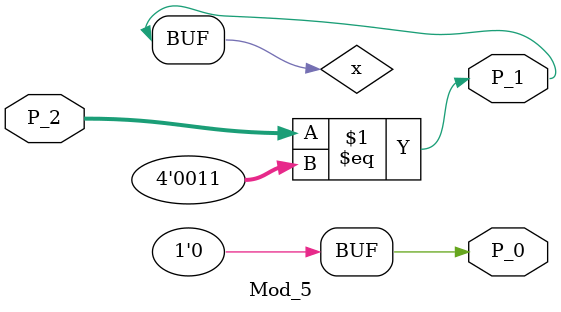
<source format=v>
module Mod_5 ( P_0 , P_1 , P_2) ;
input wire  [1:4]  P_2 ;
output wire [0:0]  P_0 ;
output wire [0:0]  P_1 ;
assign P_0 = 1'h0;
wire x = (P_2 == 4'h3);
assign P_1 = x;
endmodule

</source>
